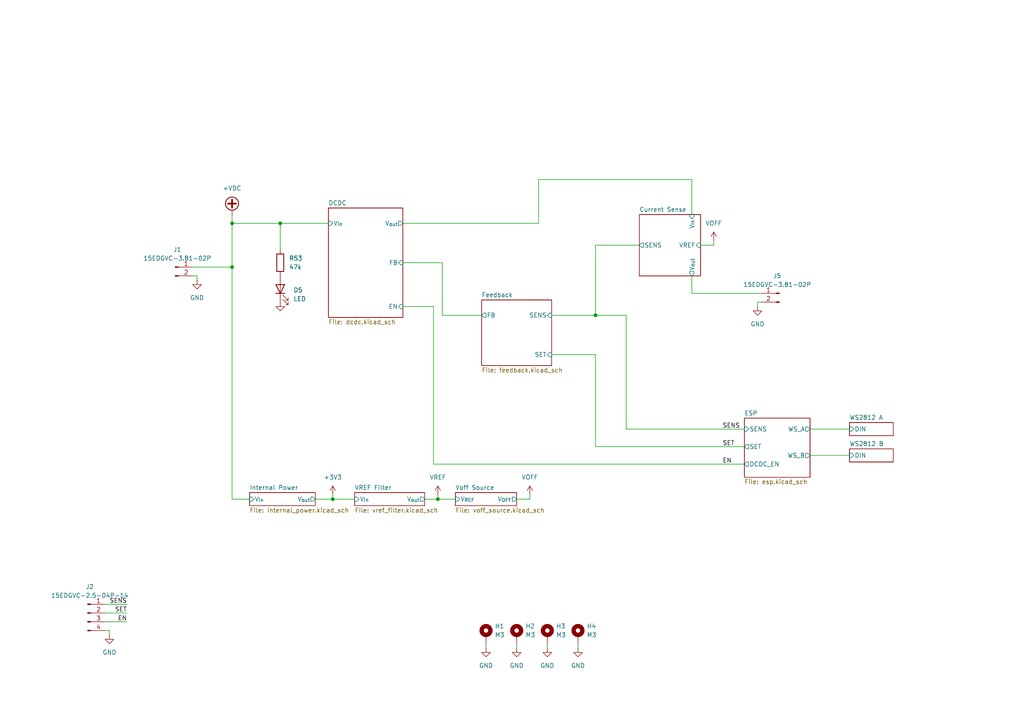
<source format=kicad_sch>
(kicad_sch (version 20231120) (generator "eeschema") (generator_version "8.0")
  (paper "A4")
  (lib_symbols
    (symbol "Connector:Conn_01x02_Pin" (pin_names (offset 1.016) hide)
      (property "Reference" "J" (at 0 2.54 0))
      (property "Value" "Conn_01x02_Pin" (at 0 -5.08 0))
      (symbol "Conn_01x02_Pin_1_1"
        (polyline (pts (xy 1.27 -2.54) (xy 0.8636 -2.54)) (stroke (width 0.1524)))
        (polyline (pts (xy 1.27 0) (xy 0.8636 0)) (stroke (width 0.1524)))
        (rectangle (start 0.8636 -2.413) (end 0 -2.667) (stroke (width 0.1524)) (fill (type outline)))
        (rectangle (start 0.8636 0.127) (end 0 -0.127) (stroke (width 0.1524)) (fill (type outline)))
        (pin passive line (at 5.08 0 180) (length 3.81) (name "Pin_1") (number "1"))
        (pin passive line (at 5.08 -2.54 180) (length 3.81) (name "Pin_2") (number "2"))
      )
    )
    (symbol "Connector:Conn_01x04_Pin" (pin_names (offset 1.016) hide)
      (property "Reference" "J" (at 0 5.08 0))
      (property "Value" "Conn_01x04_Pin" (at 0 -7.62 0))
      (symbol "Conn_01x04_Pin_1_1"
        (polyline (pts (xy 1.27 -5.08) (xy 0.8636 -5.08)) (stroke (width 0.1524)))
        (polyline (pts (xy 1.27 -2.54) (xy 0.8636 -2.54)) (stroke (width 0.1524)))
        (polyline (pts (xy 1.27 0) (xy 0.8636 0)) (stroke (width 0.1524)))
        (polyline (pts (xy 1.27 2.54) (xy 0.8636 2.54)) (stroke (width 0.1524)))
        (rectangle (start 0.8636 -4.953) (end 0 -5.207) (stroke (width 0.1524)) (fill (type outline)))
        (rectangle (start 0.8636 -2.413) (end 0 -2.667) (stroke (width 0.1524)) (fill (type outline)))
        (rectangle (start 0.8636 0.127) (end 0 -0.127) (stroke (width 0.1524)) (fill (type outline)))
        (rectangle (start 0.8636 2.667) (end 0 2.413) (stroke (width 0.1524)) (fill (type outline)))
        (pin passive line (at 5.08 2.54 180) (length 3.81) (name "Pin_1") (number "1"))
        (pin passive line (at 5.08 0 180) (length 3.81) (name "Pin_2") (number "2"))
        (pin passive line (at 5.08 -2.54 180) (length 3.81) (name "Pin_3") (number "3"))
        (pin passive line (at 5.08 -5.08 180) (length 3.81) (name "Pin_4") (number "4"))
      )
    )
    (symbol "Device:LED" (pin_numbers hide) (pin_names (offset 1.016) hide)
      (property "Reference" "D" (at 0 2.54 0))
      (property "Value" "LED" (at 0 -2.54 0))
      (symbol "LED_0_1"
        (polyline (pts (xy -1.27 -1.27) (xy -1.27 1.27)) (stroke (width 0.254)))
        (polyline (pts (xy -1.27 0) (xy 1.27 0)))
        (polyline (pts (xy 1.27 -1.27) (xy 1.27 1.27) (xy -1.27 0) (xy 1.27 -1.27)) (stroke (width 0.254)))
        (polyline (pts (xy -3.048 -0.762) (xy -4.572 -2.286) (xy -3.81 -2.286) (xy -4.572 -2.286) (xy -4.572 -1.524)))
        (polyline (pts (xy -1.778 -0.762) (xy -3.302 -2.286) (xy -2.54 -2.286) (xy -3.302 -2.286) (xy -3.302 -1.524)))
      )
      (symbol "LED_1_1"
        (pin passive line (at -3.81 0 0) (length 2.54) (name "K") (number "1"))
        (pin passive line (at 3.81 0 180) (length 2.54) (name "A") (number "2"))
      )
    )
    (symbol "Mechanical:MountingHole_Pad" (pin_numbers hide) (pin_names (offset 1.016) hide) (exclude_from_sim yes) (in_bom no)
      (property "Reference" "H" (at 0 6.35 0))
      (property "Value" "MountingHole_Pad" (at 0 4.445 0))
      (symbol "MountingHole_Pad_0_1"
        (circle (center 0 1.27) (radius 1.27) (stroke (width 1.27)))
      )
      (symbol "MountingHole_Pad_1_1"
        (pin input line (at 0 -2.54 90) (length 2.54) (name "1") (number "1"))
      )
    )
    (symbol "power:+3V3" (power) (pin_numbers hide) (pin_names (offset 0) hide)
      (property "Value" "+3V3" (at 0 3.556 0))
      (symbol "+3V3_0_1"
        (polyline (pts (xy -0.762 1.27) (xy 0 2.54)))
        (polyline (pts (xy 0 0) (xy 0 2.54)))
        (polyline (pts (xy 0 2.54) (xy 0.762 1.27)))
      )
      (symbol "+3V3_1_1"
        (pin power_in line (at 0 0 90) (length 0) (name "~") (number "1"))
      )
    )
    (symbol "power:+VDC" (power) (pin_numbers hide) (pin_names (offset 0) hide)
      (property "Value" "+VDC" (at 0 6.35 0))
      (symbol "+VDC_0_1"
        (polyline (pts (xy -1.143 3.175) (xy 1.143 3.175)) (stroke (width 0.508)))
        (polyline (pts (xy 0 0) (xy 0 1.27)))
        (polyline (pts (xy 0 2.032) (xy 0 4.318)) (stroke (width 0.508)))
        (circle (center 0 3.175) (radius 1.905) (stroke (width 0.254)))
      )
      (symbol "+VDC_1_1"
        (pin power_in line (at 0 0 90) (length 0) (name "~") (number "1"))
      )
    )
    (symbol "power:GND" (power) (pin_numbers hide) (pin_names (offset 0) hide)
      (property "Value" "GND" (at 0 -3.81 0))
      (symbol "GND_0_1"
        (polyline (pts (xy 0 0) (xy 0 -1.27) (xy 1.27 -1.27) (xy 0 -2.54) (xy -1.27 -1.27) (xy 0 -1.27)))
      )
      (symbol "GND_1_1"
        (pin power_in line (at 0 0 270) (length 0) (name "~") (number "1"))
      )
    )
    (symbol "power:VCC" (power) (pin_numbers hide) (pin_names (offset 0) hide)
      (property "Value" "VCC" (at 0 3.556 0))
      (symbol "VCC_0_1"
        (polyline (pts (xy -0.762 1.27) (xy 0 2.54)))
        (polyline (pts (xy 0 0) (xy 0 2.54)))
        (polyline (pts (xy 0 2.54) (xy 0.762 1.27)))
      )
      (symbol "VCC_1_1"
        (pin power_in line (at 0 0 90) (length 0) (name "~") (number "1"))
      )
    )
    (symbol "rflib:R" (pin_numbers hide) (pin_names (offset 0))
      (property "Reference" "R" (at 2.032 0 90))
      (property "Value" "R" (at 0 0 90))
      (symbol "R_0_1"
        (rectangle (start -1.016 -2.54) (end 1.016 2.54) (stroke (width 0.254)))
      )
      (symbol "R_1_1"
        (pin passive line (at 0 3.81 270) (length 1.27) (name "~") (number "1"))
        (pin passive line (at 0 -3.81 90) (length 1.27) (name "~") (number "2"))
      )
    )
  )
  (junction (at 67.31 77.47))
  (junction (at 127 144.78))
  (junction (at 172.72 91.44))
  (junction (at 81.28 64.77))
  (junction (at 67.31 64.77))
  (junction (at 96.52 144.78))
  (wire (pts (xy 67.31 77.47) (xy 67.31 64.77)))
  (wire (pts (xy 220.98 85.09) (xy 200.66 85.09)))
  (wire (pts (xy 140.97 187.96) (xy 140.97 186.69)))
  (wire (pts (xy 200.66 62.23) (xy 200.66 52.07)))
  (wire (pts (xy 153.67 143.51) (xy 153.67 144.78)))
  (wire (pts (xy 149.86 187.96) (xy 149.86 186.69)))
  (wire (pts (xy 219.71 87.63) (xy 220.98 87.63)))
  (wire (pts (xy 215.9 134.62) (xy 125.73 134.62)))
  (wire (pts (xy 172.72 71.12) (xy 185.42 71.12)))
  (wire (pts (xy 30.48 175.26) (xy 36.83 175.26)))
  (wire (pts (xy 127 144.78) (xy 132.08 144.78)))
  (wire (pts (xy 55.88 77.47) (xy 67.31 77.47)))
  (wire (pts (xy 67.31 144.78) (xy 67.31 77.47)))
  (wire (pts (xy 30.48 180.34) (xy 36.83 180.34)))
  (wire (pts (xy 125.73 134.62) (xy 125.73 88.9)))
  (wire (pts (xy 96.52 143.51) (xy 96.52 144.78)))
  (wire (pts (xy 127 143.51) (xy 127 144.78)))
  (wire (pts (xy 160.02 91.44) (xy 172.72 91.44)))
  (wire (pts (xy 81.28 64.77) (xy 95.25 64.77)))
  (wire (pts (xy 207.01 69.85) (xy 207.01 71.12)))
  (wire (pts (xy 116.84 76.2) (xy 128.27 76.2)))
  (wire (pts (xy 172.72 91.44) (xy 172.72 71.12)))
  (wire (pts (xy 200.66 85.09) (xy 200.66 80.01)))
  (wire (pts (xy 31.75 184.15) (xy 31.75 182.88)))
  (wire (pts (xy 149.86 144.78) (xy 153.67 144.78)))
  (wire (pts (xy 125.73 88.9) (xy 116.84 88.9)))
  (wire (pts (xy 96.52 144.78) (xy 102.87 144.78)))
  (wire (pts (xy 116.84 64.77) (xy 156.21 64.77)))
  (wire (pts (xy 156.21 52.07) (xy 156.21 64.77)))
  (wire (pts (xy 91.44 144.78) (xy 96.52 144.78)))
  (wire (pts (xy 172.72 129.54) (xy 215.9 129.54)))
  (wire (pts (xy 123.19 144.78) (xy 127 144.78)))
  (wire (pts (xy 128.27 76.2) (xy 128.27 91.44)))
  (wire (pts (xy 67.31 144.78) (xy 72.39 144.78)))
  (wire (pts (xy 215.9 124.46) (xy 181.61 124.46)))
  (wire (pts (xy 128.27 91.44) (xy 139.7 91.44)))
  (wire (pts (xy 67.31 64.77) (xy 81.28 64.77)))
  (wire (pts (xy 167.64 187.96) (xy 167.64 186.69)))
  (wire (pts (xy 200.66 52.07) (xy 156.21 52.07)))
  (wire (pts (xy 57.15 81.28) (xy 57.15 80.01)))
  (wire (pts (xy 160.02 102.87) (xy 172.72 102.87)))
  (wire (pts (xy 181.61 124.46) (xy 181.61 91.44)))
  (wire (pts (xy 158.75 187.96) (xy 158.75 186.69)))
  (wire (pts (xy 57.15 80.01) (xy 55.88 80.01)))
  (wire (pts (xy 172.72 102.87) (xy 172.72 129.54)))
  (wire (pts (xy 81.28 64.77) (xy 81.28 72.39)))
  (wire (pts (xy 30.48 177.8) (xy 36.83 177.8)))
  (wire (pts (xy 31.75 182.88) (xy 30.48 182.88)))
  (wire (pts (xy 234.95 132.08) (xy 246.38 132.08)))
  (wire (pts (xy 219.71 88.9) (xy 219.71 87.63)))
  (wire (pts (xy 203.2 71.12) (xy 207.01 71.12)))
  (wire (pts (xy 234.95 124.46) (xy 246.38 124.46)))
  (wire (pts (xy 181.61 91.44) (xy 172.72 91.44)))
  (wire (pts (xy 67.31 64.77) (xy 67.31 62.23)))
  (label "EN" (at 36.83 180.34 180))
  (label "EN" (at 209.55 134.62 0))
  (label "SET" (at 36.83 177.8 180))
  (label "SET" (at 209.55 129.54 0))
  (label "SENS" (at 214.63 124.46 180))
  (label "SENS" (at 36.83 175.26 180))
  (symbol (lib_id "Mechanical:MountingHole_Pad") (at 167.64 184.15 0) (unit 1) (exclude_from_sim yes) (in_bom no)
    (property "Reference" "H4" (at 170.18 181.6099 0) (effects (justify left)))
    (property "Value" "M3" (at 170.18 184.1499 0) (effects (justify left)))
    (property "Footprint" "meteopress_footprints:MountingHole_3.2mm_M3_Pad_Via_solid" (effects (hide yes)))
    (property "Description" "Mounting Hole with connection" (effects (hide yes)))
  )
  (symbol (lib_id "Device:LED") (at 81.28 83.82 90) (unit 1)
    (property "Reference" "D5" (at 85.09 84.1374 90) (effects (justify right)))
    (property "Value" "LED" (at 85.09 86.6774 90) (effects (justify right)))
    (property "Footprint" "LED_SMD:LED_0603_1608Metric" (effects (hide yes)))
    (property "Description" "Light emitting diode" (effects (hide yes)))
    (property "LCSC" "C2290" (effects (hide yes)))
  )
  (symbol (lib_id "rflib:R") (at 81.28 76.2 0) (unit 1)
    (property "Reference" "R53" (at 83.82 74.9299 0) (effects (justify left)))
    (property "Value" "47k" (at 83.82 77.4699 0) (effects (justify left)))
    (property "Footprint" "Resistor_SMD:R_0603_1608Metric" (effects (hide yes)))
    (property "Description" "Resistor" (effects (hide yes)))
    (property "LCSC" "C25819" (effects (hide yes)))
  )
  (symbol (lib_id "power:VCC") (at 127 143.51 0) (unit 1)
    (property "Reference" "#PWR076" (effects (hide yes)))
    (property "Value" "VREF" (at 127 138.43 0))
    (property "Description" "Power symbol creates a global label with name \"VCC\"" (effects (hide yes)))
  )
  (symbol (lib_id "power:GND") (at 81.28 87.63 0) (unit 1)
    (property "Reference" "#PWR025" (effects (hide yes)))
    (property "Value" "GND" (effects (hide yes)))
    (property "Description" "Power symbol creates a global label with name \"GND\" , ground" (effects (hide yes)))
  )
  (symbol (lib_id "power:GND") (at 149.86 187.96 0) (unit 1)
    (property "Reference" "#PWR082" (effects (hide yes)))
    (property "Value" "GND" (at 149.86 193.04 0))
    (property "Description" "Power symbol creates a global label with name \"GND\" , ground" (effects (hide yes)))
  )
  (symbol (lib_id "power:GND") (at 167.64 187.96 0) (unit 1)
    (property "Reference" "#PWR084" (effects (hide yes)))
    (property "Value" "GND" (at 167.64 193.04 0))
    (property "Description" "Power symbol creates a global label with name \"GND\" , ground" (effects (hide yes)))
  )
  (symbol (lib_id "power:VCC") (at 153.67 143.51 0) (unit 1)
    (property "Reference" "#PWR085" (effects (hide yes)))
    (property "Value" "VOFF" (at 153.67 138.43 0))
    (property "Description" "Power symbol creates a global label with name \"VCC\"" (effects (hide yes)))
  )
  (symbol (lib_id "power:+3V3") (at 96.52 143.51 0) (unit 1)
    (property "Reference" "#PWR067" (effects (hide yes)))
    (property "Value" "+3V3" (at 96.52 138.43 0))
    (property "Description" "Power symbol creates a global label with name \"+3V3\"" (effects (hide yes)))
  )
  (symbol (lib_id "Connector:Conn_01x02_Pin") (at 226.06 85.09 0) (mirror y) (unit 1)
    (property "Reference" "J5" (at 225.425 80.01 0))
    (property "Value" "15EDGVC-3.81-02P" (at 225.425 82.55 0))
    (property "Footprint" "Connector_Phoenix_MC:PhoenixContact_MCV_1,5_2-GF-3.81_1x02_P3.81mm_Vertical_ThreadedFlange" (effects (hide yes)))
    (property "Description" "Generic connector, single row, 01x02, script generated" (effects (hide yes)))
  )
  (symbol (lib_id "power:GND") (at 57.15 81.28 0) (unit 1)
    (property "Reference" "#PWR011" (effects (hide yes)))
    (property "Value" "GND" (at 57.15 86.36 0))
    (property "Description" "Power symbol creates a global label with name \"GND\" , ground" (effects (hide yes)))
  )
  (symbol (lib_id "power:GND") (at 219.71 88.9 0) (unit 1)
    (property "Reference" "#PWR02" (effects (hide yes)))
    (property "Value" "GND" (at 219.71 93.98 0))
    (property "Description" "Power symbol creates a global label with name \"GND\" , ground" (effects (hide yes)))
  )
  (symbol (lib_id "Connector:Conn_01x04_Pin") (at 25.4 177.8 0) (unit 1)
    (property "Reference" "J2" (at 26.035 170.18 0))
    (property "Value" "15EDGVC-2.5-04P-14" (at 26.035 172.72 0))
    (property "Footprint" "meteopress_footprints:15EDGVC-2.5-04P-14" (effects (hide yes)))
    (property "Description" "Generic connector, single row, 01x04, script generated" (effects (hide yes)))
  )
  (symbol (lib_id "Mechanical:MountingHole_Pad") (at 158.75 184.15 0) (unit 1) (exclude_from_sim yes) (in_bom no)
    (property "Reference" "H3" (at 161.29 181.6099 0) (effects (justify left)))
    (property "Value" "M3" (at 161.29 184.1499 0) (effects (justify left)))
    (property "Footprint" "meteopress_footprints:MountingHole_3.2mm_M3_Pad_Via_solid" (effects (hide yes)))
    (property "Description" "Mounting Hole with connection" (effects (hide yes)))
  )
  (symbol (lib_id "power:GND") (at 140.97 187.96 0) (unit 1)
    (property "Reference" "#PWR081" (effects (hide yes)))
    (property "Value" "GND" (at 140.97 193.04 0))
    (property "Description" "Power symbol creates a global label with name \"GND\" , ground" (effects (hide yes)))
  )
  (symbol (lib_id "power:GND") (at 158.75 187.96 0) (unit 1)
    (property "Reference" "#PWR083" (effects (hide yes)))
    (property "Value" "GND" (at 158.75 193.04 0))
    (property "Description" "Power symbol creates a global label with name \"GND\" , ground" (effects (hide yes)))
  )
  (symbol (lib_id "Mechanical:MountingHole_Pad") (at 149.86 184.15 0) (unit 1) (exclude_from_sim yes) (in_bom no)
    (property "Reference" "H2" (at 152.4 181.6099 0) (effects (justify left)))
    (property "Value" "M3" (at 152.4 184.1499 0) (effects (justify left)))
    (property "Footprint" "meteopress_footprints:MountingHole_3.2mm_M3_Pad_Via_solid" (effects (hide yes)))
    (property "Description" "Mounting Hole with connection" (effects (hide yes)))
  )
  (symbol (lib_id "Mechanical:MountingHole_Pad") (at 140.97 184.15 0) (unit 1) (exclude_from_sim yes) (in_bom no)
    (property "Reference" "H1" (at 143.51 181.6099 0) (effects (justify left)))
    (property "Value" "M3" (at 143.51 184.1499 0) (effects (justify left)))
    (property "Footprint" "meteopress_footprints:MountingHole_3.2mm_M3_Pad_Via_solid" (effects (hide yes)))
    (property "Description" "Mounting Hole with connection" (effects (hide yes)))
  )
  (symbol (lib_id "power:+VDC") (at 67.31 62.23 0) (unit 1)
    (property "Reference" "#PWR01" (effects (hide yes)))
    (property "Value" "+VDC" (at 67.31 54.61 0))
    (property "Description" "Power symbol creates a global label with name \"+VDC\"" (effects (hide yes)))
  )
  (symbol (lib_id "power:GND") (at 31.75 184.15 0) (unit 1)
    (property "Reference" "#PWR077" (effects (hide yes)))
    (property "Value" "GND" (at 31.75 189.23 0))
    (property "Description" "Power symbol creates a global label with name \"GND\" , ground" (effects (hide yes)))
  )
  (symbol (lib_id "Connector:Conn_01x02_Pin") (at 50.8 77.47 0) (unit 1)
    (property "Reference" "J1" (at 51.435 72.39 0))
    (property "Value" "15EDGVC-3.81-02P" (at 51.435 74.93 0))
    (property "Footprint" "Connector_Phoenix_MC:PhoenixContact_MCV_1,5_2-GF-3.81_1x02_P3.81mm_Vertical_ThreadedFlange" (effects (hide yes)))
    (property "Description" "Generic connector, single row, 01x02, script generated" (effects (hide yes)))
  )
  (symbol (lib_id "power:VCC") (at 207.01 69.85 0) (unit 1)
    (property "Reference" "#PWR05" (effects (hide yes)))
    (property "Value" "VOFF" (at 207.01 64.77 0))
    (property "Description" "Power symbol creates a global label with name \"VCC\"" (effects (hide yes)))
  )
  (sheet (at 102.87 142.875) (size 20.32 3.81) (stroke (width 0.1524))
    (property "Sheetname" "VREF Filter" (at 102.87 142.1634 0) (effects (justify left bottom)))
    (property "Sheetfile" "vref_filter.kicad_sch" (at 102.87 147.2696 0) (effects (justify left top)))
    (pin "V_{out}" output (at 123.19 144.78 0))
    (pin "V_{in}" input (at 102.87 144.78 180))
  )
  (sheet (at 72.39 142.875) (size 19.05 3.81) (stroke (width 0.1524))
    (property "Sheetname" "Internal Power" (at 72.39 142.1634 0) (effects (justify left bottom)))
    (property "Sheetfile" "internal_power.kicad_sch" (at 72.39 147.2696 0) (effects (justify left top)))
    (pin "V_{out}" output (at 91.44 144.78 0))
    (pin "V_{in}" input (at 72.39 144.78 180))
  )
  (sheet (at 246.38 122.555) (size 12.7 3.81) (stroke (width 0.1524))
    (property "Sheetname" "WS2812 A" (at 246.38 121.8434 0) (effects (justify left bottom)))
    (property "Sheetfile" "ws2812.kicad_sch" (effects (hide yes)))
    (pin "DIN" input (at 246.38 124.46 180))
  )
  (sheet (at 215.9 121.285) (size 19.05 17.145) (stroke (width 0.1524))
    (property "Sheetname" "ESP" (at 215.9 120.5734 0) (effects (justify left bottom)))
    (property "Sheetfile" "esp.kicad_sch" (at 215.9 139.0146 0) (effects (justify left top)))
    (pin "SET" output (at 215.9 129.54 180))
    (pin "SENS" input (at 215.9 124.46 180))
    (pin "DCDC_EN" output (at 215.9 134.62 180))
    (pin "WS_A" output (at 234.95 124.46 0))
    (pin "WS_B" output (at 234.95 132.08 0))
  )
  (sheet (at 132.08 142.875) (size 17.78 3.81) (stroke (width 0.1524))
    (property "Sheetname" "Voff Source" (at 132.08 142.1634 0) (effects (justify left bottom)))
    (property "Sheetfile" "voff_source.kicad_sch" (at 132.08 147.2696 0) (effects (justify left top)))
    (pin "V_{REF}" input (at 132.08 144.78 180))
    (pin "V_{OFF}" output (at 149.86 144.78 0))
  )
  (sheet (at 139.7 86.995) (size 20.32 19.05) (stroke (width 0.1524))
    (property "Sheetname" "Feedback" (at 139.7 86.2834 0) (effects (justify left bottom)))
    (property "Sheetfile" "feedback.kicad_sch" (at 139.7 106.6296 0) (effects (justify left top)))
    (pin "SET" input (at 160.02 102.87 0))
    (pin "SENS" input (at 160.02 91.44 0))
    (pin "FB" output (at 139.7 91.44 180))
  )
  (sheet (at 95.25 60.325) (size 21.59 31.75) (stroke (width 0.1524))
    (property "Sheetname" "DCDC" (at 95.25 59.6134 0) (effects (justify left bottom)))
    (property "Sheetfile" "dcdc.kicad_sch" (at 95.25 92.6596 0) (effects (justify left top)))
    (pin "V_{in}" input (at 95.25 64.77 180))
    (pin "V_{out}" output (at 116.84 64.77 0))
    (pin "FB" input (at 116.84 76.2 0))
    (pin "EN" input (at 116.84 88.9 0))
  )
  (sheet (at 185.42 62.23) (size 17.78 17.78) (stroke (width 0.1524))
    (property "Sheetname" "Current Sense" (at 185.42 61.5184 0) (effects (justify left bottom)))
    (property "Sheetfile" "current_sense.kicad_sch" (effects (hide yes)))
    (pin "V_{In}" input (at 200.66 62.23 90))
    (pin "V_{out}" output (at 200.66 80.01 270))
    (pin "SENS" output (at 185.42 71.12 180))
    (pin "VREF" input (at 203.2 71.12 0))
  )
  (sheet (at 246.38 130.175) (size 12.7 3.81) (stroke (width 0.1524))
    (property "Sheetname" "WS2812 B" (at 246.38 129.4634 0) (effects (justify left bottom)))
    (property "Sheetfile" "ws2812.kicad_sch" (effects (hide yes)))
    (pin "DIN" input (at 246.38 132.08 180))
  )
)
</source>
